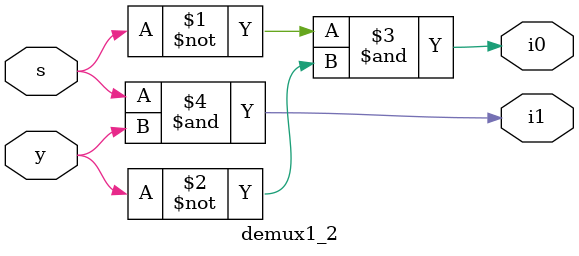
<source format=v>
`timescale 1ns / 1ps


module demux1_2(input y,s,output i0,i1);
assign i0=~s&~y;
assign i1=s&y;
endmodule

</source>
